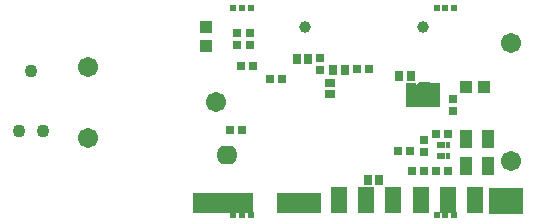
<source format=gts>
G04*
G04 #@! TF.GenerationSoftware,Altium Limited,Altium Designer,19.1.6 (110)*
G04*
G04 Layer_Color=8388736*
%FSAX25Y25*%
%MOIN*%
G70*
G01*
G75*
%ADD28R,0.11575X0.09055*%
%ADD29R,0.14580X0.06706*%
%ADD30R,0.01575X0.01968*%
%ADD31R,0.02769X0.03162*%
%ADD32R,0.03162X0.02769*%
%ADD33R,0.20485X0.06706*%
%ADD34R,0.05524X0.08674*%
%ADD35R,0.03556X0.01981*%
%ADD36R,0.02769X0.02769*%
%ADD37R,0.03950X0.03950*%
%ADD38R,0.03162X0.03320*%
%ADD39R,0.03950X0.03950*%
%ADD40R,0.03320X0.03162*%
%ADD41R,0.04343X0.05918*%
%ADD42O,0.07099X0.06312*%
%ADD43C,0.04343*%
%ADD44C,0.06706*%
%ADD45C,0.03950*%
%ADD46C,0.02375*%
G36*
X0187532Y0160066D02*
X0187532Y0160066D01*
X0187533Y0160066D01*
X0187825Y0160065D01*
X0187851Y0160063D01*
X0187876Y0160062D01*
X0187877Y0160062D01*
X0187877Y0160062D01*
X0187902Y0160057D01*
X0187927Y0160052D01*
X0187928Y0160051D01*
X0187928Y0160051D01*
X0187953Y0160043D01*
X0187977Y0160035D01*
X0187978Y0160034D01*
X0187978Y0160034D01*
X0188001Y0160023D01*
X0188024Y0160011D01*
X0188025Y0160011D01*
X0188025Y0160011D01*
X0188047Y0159996D01*
X0188068Y0159982D01*
X0188068Y0159982D01*
X0188069Y0159982D01*
X0188088Y0159965D01*
X0188107Y0159948D01*
X0188108Y0159947D01*
X0188108Y0159947D01*
X0188123Y0159929D01*
X0188142Y0159908D01*
X0188142Y0159908D01*
X0188142Y0159907D01*
X0188156Y0159886D01*
X0188171Y0159865D01*
X0188171Y0159864D01*
X0188171Y0159864D01*
X0188183Y0159840D01*
X0188194Y0159818D01*
X0188194Y0159817D01*
X0188195Y0159817D01*
X0188203Y0159792D01*
X0188211Y0159768D01*
X0188211Y0159767D01*
X0188211Y0159767D01*
X0188216Y0159741D01*
X0188221Y0159717D01*
X0188221Y0159716D01*
X0188221Y0159715D01*
X0188223Y0159689D01*
X0188224Y0159664D01*
Y0159663D01*
D01*
D01*
X0188223Y0151988D01*
X0188223Y0151988D01*
X0188223Y0151987D01*
X0188221Y0151962D01*
X0188219Y0151935D01*
X0188219Y0151935D01*
X0188219Y0151935D01*
X0188215Y0151912D01*
X0188209Y0151884D01*
X0188209Y0151884D01*
X0188209Y0151883D01*
X0188202Y0151862D01*
X0188192Y0151834D01*
X0188192Y0151834D01*
X0188192Y0151834D01*
X0188181Y0151811D01*
X0188169Y0151787D01*
X0188169Y0151787D01*
X0188169Y0151787D01*
X0188153Y0151763D01*
X0188140Y0151744D01*
X0188140Y0151744D01*
X0188140Y0151743D01*
X0188121Y0151722D01*
X0188105Y0151704D01*
X0188105Y0151704D01*
X0188105Y0151704D01*
X0188087Y0151688D01*
X0188066Y0151670D01*
X0188066Y0151670D01*
X0188066Y0151669D01*
X0188046Y0151656D01*
X0188022Y0151641D01*
X0188022Y0151640D01*
X0188022Y0151640D01*
X0187998Y0151628D01*
X0187975Y0151618D01*
X0187975Y0151617D01*
X0187975Y0151617D01*
X0187951Y0151609D01*
X0187926Y0151601D01*
X0187925Y0151601D01*
X0187925Y0151601D01*
X0187900Y0151596D01*
X0187874Y0151590D01*
X0187874Y0151590D01*
X0187874Y0151590D01*
X0187847Y0151589D01*
X0187822Y0151587D01*
X0187822Y0151587D01*
X0187821Y0151587D01*
X0187526Y0151587D01*
X0184083Y0151587D01*
X0184083D01*
X0184083D01*
X0184030Y0151591D01*
X0183979Y0151601D01*
X0183929Y0151618D01*
X0183882Y0151641D01*
X0183838Y0151670D01*
X0183805Y0151700D01*
X0183799Y0151705D01*
Y0151705D01*
X0183799D01*
X0183794Y0151710D01*
X0183765Y0151744D01*
X0183735Y0151788D01*
X0183712Y0151835D01*
X0183695Y0151884D01*
X0183685Y0151936D01*
X0183682Y0151988D01*
Y0151988D01*
Y0151988D01*
X0183682Y0158680D01*
X0183684Y0158709D01*
X0183685Y0158732D01*
X0183685Y0158733D01*
X0183685Y0158733D01*
X0183692Y0158766D01*
X0183695Y0158784D01*
X0183695Y0158784D01*
X0183695Y0158784D01*
X0183707Y0158818D01*
X0183712Y0158834D01*
X0183712Y0158834D01*
X0183712Y0158834D01*
X0183725Y0158860D01*
X0183735Y0158881D01*
X0183736Y0158881D01*
X0183736Y0158881D01*
X0183751Y0158905D01*
X0183765Y0158924D01*
X0183765Y0158924D01*
X0183765Y0158924D01*
X0183784Y0158947D01*
X0183799Y0158964D01*
X0184783Y0159949D01*
X0184783Y0159949D01*
X0184783Y0159949D01*
X0184802Y0159966D01*
X0184822Y0159984D01*
X0184822Y0159984D01*
X0184822Y0159984D01*
X0184843Y0159997D01*
X0184866Y0160013D01*
X0184866Y0160013D01*
X0184866Y0160013D01*
X0184889Y0160024D01*
X0184913Y0160036D01*
X0184913Y0160036D01*
X0184913Y0160036D01*
X0184945Y0160047D01*
X0184962Y0160053D01*
X0184962Y0160053D01*
X0184963Y0160053D01*
X0184990Y0160058D01*
X0185014Y0160063D01*
X0185014Y0160063D01*
X0185014Y0160063D01*
X0185037Y0160065D01*
X0185066Y0160067D01*
X0185066Y0160067D01*
X0185066Y0160067D01*
X0187532Y0160066D01*
D02*
G37*
D28*
X0213630Y0120433D02*
D03*
D29*
X0144634Y0119606D02*
D03*
D30*
X0194339Y0135433D02*
D03*
X0192764D02*
D03*
X0191189D02*
D03*
X0194339Y0138976D02*
D03*
X0192764D02*
D03*
X0191189D02*
D03*
D31*
X0190402Y0142874D02*
D03*
X0194339D02*
D03*
X0177567Y0136929D02*
D03*
X0181504D02*
D03*
X0190441Y0130354D02*
D03*
X0194378D02*
D03*
X0182331Y0130276D02*
D03*
X0186268D02*
D03*
X0121622Y0144134D02*
D03*
X0125559D02*
D03*
X0138906Y0160984D02*
D03*
X0134968D02*
D03*
X0129260Y0165512D02*
D03*
X0125323D02*
D03*
X0167961Y0164252D02*
D03*
X0164024D02*
D03*
D32*
X0186228Y0140827D02*
D03*
Y0136890D02*
D03*
X0128236Y0172323D02*
D03*
Y0176260D02*
D03*
X0123945Y0172323D02*
D03*
Y0176260D02*
D03*
X0195795Y0154291D02*
D03*
Y0150354D02*
D03*
X0151701Y0164134D02*
D03*
Y0168071D02*
D03*
D33*
X0119398Y0119646D02*
D03*
D34*
X0158000Y0120630D02*
D03*
X0167055D02*
D03*
X0176110D02*
D03*
X0185165D02*
D03*
X0194220D02*
D03*
X0203276D02*
D03*
D35*
X0181819Y0158780D02*
D03*
Y0156811D02*
D03*
Y0154842D02*
D03*
Y0152874D02*
D03*
X0190087D02*
D03*
Y0154842D02*
D03*
Y0156811D02*
D03*
Y0158780D02*
D03*
D36*
X0185953Y0155827D02*
D03*
D37*
X0113512Y0178504D02*
D03*
Y0172205D02*
D03*
D38*
X0181819Y0162165D02*
D03*
X0178039D02*
D03*
X0143945Y0167598D02*
D03*
X0147724D02*
D03*
X0167606Y0127284D02*
D03*
X0171386D02*
D03*
X0159890Y0164134D02*
D03*
X0156110D02*
D03*
D39*
X0200244Y0158307D02*
D03*
X0206150D02*
D03*
D40*
X0155008Y0159764D02*
D03*
Y0155984D02*
D03*
D41*
X0207606Y0140905D02*
D03*
X0200126D02*
D03*
X0207606Y0132205D02*
D03*
X0200126D02*
D03*
D42*
X0120524Y0135898D02*
D03*
D43*
X0055382Y0163622D02*
D03*
X0051382Y0143622D02*
D03*
X0059382D02*
D03*
D44*
X0116858Y0153307D02*
D03*
X0215268Y0133622D02*
D03*
Y0172992D02*
D03*
X0074142Y0141496D02*
D03*
Y0165118D02*
D03*
D45*
X0146622Y0178465D02*
D03*
X0185992D02*
D03*
D46*
X0122567Y0115709D02*
D03*
X0125520D02*
D03*
X0128472D02*
D03*
X0128472Y0184606D02*
D03*
X0125520D02*
D03*
X0122567D02*
D03*
X0190480D02*
D03*
X0193433D02*
D03*
X0196386D02*
D03*
X0196386Y0115709D02*
D03*
X0193433D02*
D03*
X0190480D02*
D03*
M02*

</source>
